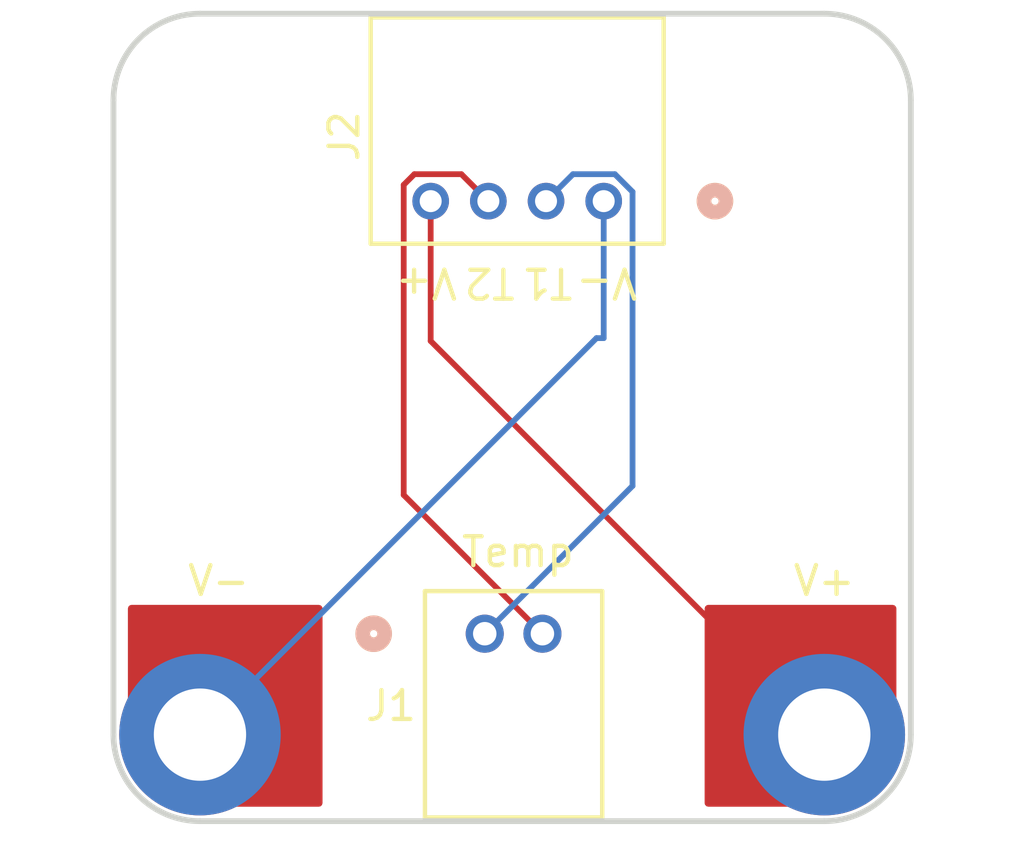
<source format=kicad_pcb>
(kicad_pcb (version 20240108) (generator "pcbnew") (generator_version "8.0")
  (layers (0 "F.Cu" signal) (31 "B.Cu" signal) (34 "B.Paste" user) (35 "F.Paste" user) (36 "B.SilkS" user "B.Silkscreen") (37 "F.SilkS" user "F.Silkscreen") (38 "B.Mask" user) (39 "F.Mask" user) (44 "Edge.Cuts" user))
  (net 0 "")
  (net 1 "/TEMP_1")
  (net 2 "/BATT_POSITIVE")
  (net 3 "/BATT_NEGATIVE")
  (net 4 "/TEMP_2")
  (footprint "MountingHole:MountingHole_3.2mm_M3_DIN965_Pad_TopBottom" (layer "F.Cu") (at 122.4 95)
    (property "Reference" "H1" (hide yes))
    (property "Value" "MountingHole_Pad")
    (pad "1" thru_hole circle (at 0 0) (size 3.6 3.6) (drill 3.2) (layers "*.Cu" "*.Mask") (net 2 "/BATT_POSITIVE"))
    (pad "1" connect circle (at 0 0) (size 5.6 5.6) (layers "F.Cu" "F.Mask") (net 2 "/BATT_POSITIVE"))
    (pad "1" connect circle (at 0 0) (size 5.6 5.6) (layers "B.Cu" "B.Mask") (net 2 "/BATT_POSITIVE"))
  )
  (footprint "MountingHole:MountingHole_3.2mm_M3" (layer "F.Cu") (at 122.324999 73)
    (property "Reference" "REF**" (hide yes))
    (property "Value" "MountingHole_3.2mm_M3" (hide yes))
    (pad "" np_thru_hole circle (at 0 0) (size 3.2 3.2) (drill 3.2) (layers "F&B.Cu" "*.Mask"))
  )
  (footprint "footprints:CONN_S4B-PH-K-S_JST" (layer "F.Cu") (at 114.75 76.5 180)
    (property "Reference" "J2" (at 9 2.25 90) (layer "F.SilkS"))
    (property "Value" "Conn_01x04")
    (fp_circle (center -3.858001 0) (end -3.477001 0) (stroke (width 0.508)) (fill none) (layer "B.SilkS"))
    (fp_line (start 8.079999 6.3716) (end 8.079999 -1.477) (stroke (width 0.1524)) (layer "F.SilkS"))
    (fp_line (start 8.079999 -1.477) (end -2.080001 -1.477) (stroke (width 0.1524)) (layer "F.SilkS"))
    (fp_line (start -2.080001 6.3716) (end 8.079999 6.3716) (stroke (width 0.1524)) (layer "F.SilkS"))
    (fp_line (start -2.080001 -1.477) (end -2.080001 6.3716) (stroke (width 0.1524)) (layer "F.SilkS"))
    (fp_circle (center -3.858001 0) (end -3.477001 0) (stroke (width 0.508)) (fill none) (layer "F.SilkS"))
    (pad "1" thru_hole circle (at 0 0 180) (size 1.27 1.27) (drill 0.762) (layers "*.Cu" "*.Mask") (net 3 "/BATT_NEGATIVE"))
    (pad "2" thru_hole circle (at 1.999999 0 180) (size 1.27 1.27) (drill 0.762) (layers "*.Cu" "*.Mask") (net 1 "/TEMP_1"))
    (pad "3" thru_hole circle (at 4 0 180) (size 1.27 1.27) (drill 0.762) (layers "*.Cu" "*.Mask") (net 4 "/TEMP_2"))
    (pad "4" thru_hole circle (at 5.999998 0 180) (size 1.27 1.27) (drill 0.762) (layers "*.Cu" "*.Mask") (net 2 "/BATT_POSITIVE"))
  )
  (footprint "MountingHole:MountingHole_3.2mm_M3_DIN965_Pad_TopBottom" (layer "F.Cu") (at 100.75 95)
    (property "Reference" "H2" (hide yes))
    (property "Value" "MountingHole_Pad")
    (pad "1" thru_hole circle (at 0 0) (size 3.6 3.6) (drill 3.2) (layers "*.Cu" "*.Mask") (net 3 "/BATT_NEGATIVE"))
    (pad "1" connect circle (at 0 0) (size 5.6 5.6) (layers "F.Cu" "F.Mask") (net 3 "/BATT_NEGATIVE"))
    (pad "1" connect circle (at 0 0) (size 5.6 5.6) (layers "B.Cu" "B.Mask") (net 3 "/BATT_NEGATIVE"))
  )
  (footprint "footprints:CONN_S2B-PH-K-S_JST" (layer "F.Cu") (at 110.625 91.5)
    (property "Reference" "J1" (at -3.249999 2.5 0) (layer "F.SilkS"))
    (property "Value" "Conn_01x02")
    (fp_circle (center -3.8514 0) (end -3.4704 0) (stroke (width 0.508)) (fill none) (layer "B.SilkS"))
    (fp_line (start -2.0734 -1.477) (end -2.0734 6.3716) (stroke (width 0.1524)) (layer "F.SilkS"))
    (fp_line (start -2.0734 6.3716) (end 4.0734 6.3716) (stroke (width 0.1524)) (layer "F.SilkS"))
    (fp_line (start 4.0734 -1.477) (end -2.0734 -1.477) (stroke (width 0.1524)) (layer "F.SilkS"))
    (fp_line (start 4.0734 6.3716) (end 4.0734 -1.477) (stroke (width 0.1524)) (layer "F.SilkS"))
    (fp_circle (center -3.8514 0) (end -3.4704 0) (stroke (width 0.508)) (fill none) (layer "F.SilkS"))
    (pad "1" thru_hole circle (at 0 0) (size 1.3208 1.3208) (drill 0.8128) (layers "*.Cu" "*.Mask") (net 1 "/TEMP_1"))
    (pad "2" thru_hole circle (at 2.000001 0) (size 1.3208 1.3208) (drill 0.8128) (layers "*.Cu" "*.Mask") (net 4 "/TEMP_2"))
  )
  (footprint "MountingHole:MountingHole_3.2mm_M3" (layer "F.Cu") (at 100.75 73)
    (property "Reference" "REF**" (hide yes))
    (property "Value" "MountingHole_3.2mm_M3" (hide yes))
    (pad "" np_thru_hole circle (at 0 0) (size 3.2 3.2) (drill 3.2) (layers "*.Cu" "*.Mask"))
  )
  (gr_line (start 125.399999 73) (end 125.399999 94.999999) (stroke (width 0.2)) (layer "Edge.Cuts"))
  (gr_line (start 97.749999 73) (end 97.749999 94.999999) (stroke (width 0.2)) (layer "Edge.Cuts"))
  (gr_line (start 122.399998 98) (end 100.75 98) (stroke (width 0.2)) (layer "Edge.Cuts"))
  (gr_arc (start 97.749999 73) (mid 98.628679 70.87868) (end 100.749999 70) (stroke (width 0.2)) (layer "Edge.Cuts"))
  (gr_arc (start 125.399999 94.999999) (mid 124.521319 97.12132) (end 122.399998 98) (stroke (width 0.2)) (layer "Edge.Cuts"))
  (gr_arc (start 100.75 98) (mid 98.628679 97.12132) (end 97.749999 94.999999) (stroke (width 0.2)) (layer "Edge.Cuts"))
  (gr_line (start 122.399999 70) (end 100.749999 70) (stroke (width 0.2)) (layer "Edge.Cuts"))
  (gr_arc (start 122.399999 70) (mid 124.521319 70.87868) (end 125.399999 73) (stroke (width 0.2)) (layer "Edge.Cuts"))
  (gr_text "V+" (at 109.75 78.75 180) (layer "F.SilkS") (effects (font (size 1 1)) (justify left bottom)))
  (gr_text "V-" (at 116 78.75 180) (layer "F.SilkS") (effects (font (size 1 1)) (justify left bottom)))
  (gr_text "V-" (at 100.25 90.25 0) (layer "F.SilkS") (effects (font (size 1 1)) (justify left bottom)))
  (gr_text "T2" (at 111.75 78.75 180) (layer "F.SilkS") (effects (font (size 1 1)) (justify left bottom)))
  (gr_text "Temp" (at 109.75 89.25 0) (layer "F.SilkS") (effects (font (size 1 1)) (justify left bottom)))
  (gr_text "V+" (at 121.25 90.25 0) (layer "F.SilkS") (effects (font (size 1 1)) (justify left bottom)))
  (gr_text "T1" (at 113.75 78.75 180) (layer "F.SilkS") (effects (font (size 1 1)) (justify left bottom)))
  (segment (start 115.75 76.17771) (end 115.75 86.375) (width 0.2) (layer "B.Cu") (net 1))
  (segment (start 113.685001 75.565) (end 115.13729 75.565) (width 0.2) (layer "B.Cu") (net 1))
  (segment (start 115.75 86.375) (end 110.625 91.5) (width 0.2) (layer "B.Cu") (net 1))
  (segment (start 115.13729 75.565) (end 115.75 76.17771) (width 0.2) (layer "B.Cu") (net 1))
  (segment (start 112.750001 76.5) (end 113.685001 75.565) (width 0.2) (layer "B.Cu") (net 1))
  (segment (start 108.750002 81.350002) (end 122.4 95) (width 0.2) (layer "F.Cu") (net 2))
  (segment (start 124.527533 95.912321) (end 123.23732 97.202534) (width 0.2) (layer "F.Cu") (net 2))
  (segment (start 108.750002 76.5) (end 108.750002 81.350002) (width 0.2) (layer "F.Cu") (net 2))
  (segment (start 123.23732 97.202534) (end 122.325 97.202534) (width 0.2) (layer "F.Cu") (net 2))
  (segment (start 114.5 81.25) (end 100.75 95) (width 0.2) (layer "B.Cu") (net 3))
  (segment (start 114.75 81.25) (end 114.5 81.25) (width 0.2) (layer "B.Cu") (net 3))
  (segment (start 101.25 95) (end 100.75 95) (width 0.2) (layer "B.Cu") (net 3))
  (segment (start 114.75 76.5) (end 114.75 81.25) (width 0.2) (layer "B.Cu") (net 3))
  (segment (start 107.815002 86.690001) (end 112.625001 91.5) (width 0.2) (layer "F.Cu") (net 4))
  (segment (start 109.815 75.565) (end 108.185 75.565) (width 0.2) (layer "F.Cu") (net 4))
  (segment (start 108.185 75.565) (end 107.815002 75.934998) (width 0.2) (layer "F.Cu") (net 4))
  (segment (start 107.815002 75.934998) (end 107.815002 86.690001) (width 0.2) (layer "F.Cu") (net 4))
  (segment (start 110.75 76.5) (end 109.815 75.565) (width 0.2) (layer "F.Cu") (net 4))
  (zone (net 2) (net_name "/BATT_POSITIVE") (layer "F.Cu") (connect_pads (clearance 0.5)) (min_thickness 0.25) (fill yes (thermal_gap 0.5) (thermal_bridge_width 0.5))
    (polygon (pts (xy 118.25 98) (xy 125.5 98) (xy 125.5 90.5) (xy 118.25 90.5)))
  )
  (zone (net 3) (net_name "/BATT_NEGATIVE") (layer "F.Cu") (connect_pads (clearance 0.5)) (min_thickness 0.25) (fill yes (thermal_gap 0.5) (thermal_bridge_width 0.5))
    (polygon (pts (xy 97.75 98) (xy 105 98) (xy 105 90.5) (xy 97.75 90.5)))
  )
)
</source>
